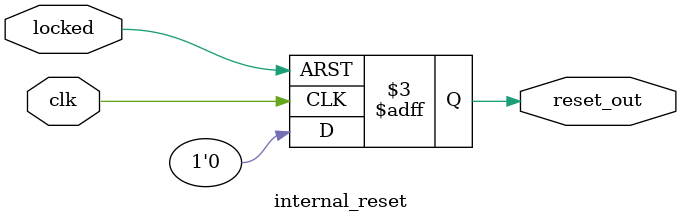
<source format=v>


`timescale 1 ns / 1 ps

// Declare the module and its ports. This is
// using Verilog-2001 syntax.

module internal_reset (
        input   wire clk,
        input   wire locked,
        output  reg  reset_out
        );

        always @(negedge clk or negedge locked) begin
                if(!locked) begin
                        reset_out <= 1'b1;
                end else begin 
                        reset_out <= 1'b0;
                end
        end
endmodule

</source>
